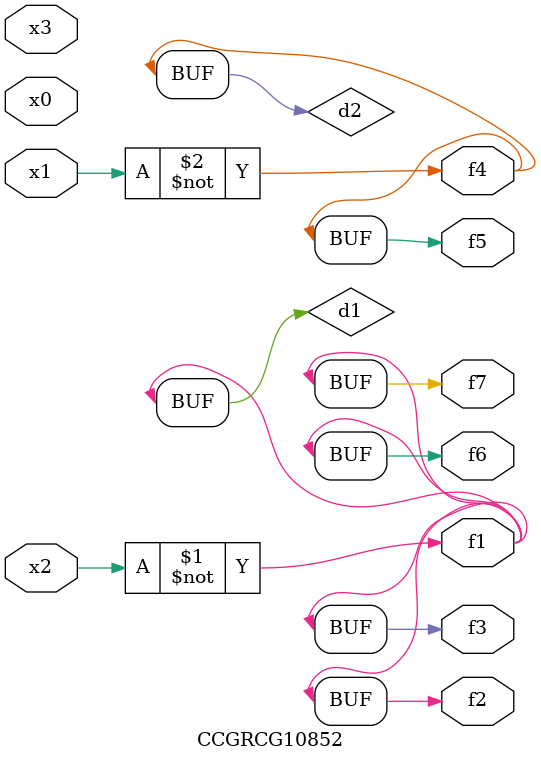
<source format=v>
module CCGRCG10852(
	input x0, x1, x2, x3,
	output f1, f2, f3, f4, f5, f6, f7
);

	wire d1, d2;

	xnor (d1, x2);
	not (d2, x1);
	assign f1 = d1;
	assign f2 = d1;
	assign f3 = d1;
	assign f4 = d2;
	assign f5 = d2;
	assign f6 = d1;
	assign f7 = d1;
endmodule

</source>
